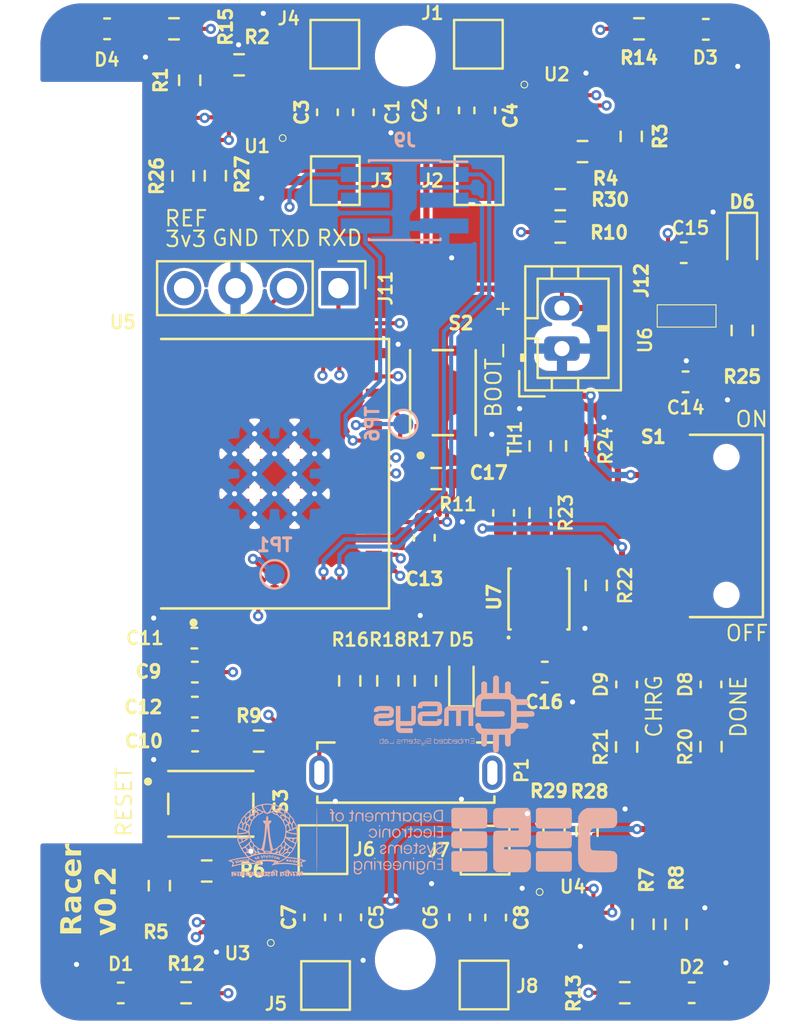
<source format=kicad_pcb>
(kicad_pcb (version 20240108) (generator "pcbnew") (generator_version "8.0")
  (layers (0 "F.Cu" signal) (1 "In1.Cu" signal) (2 "In2.Cu" signal) (31 "B.Cu" signal) (34 "B.Paste" user) (35 "F.Paste" user) (36 "B.SilkS" user "B.Silkscreen") (37 "F.SilkS" user "F.Silkscreen") (38 "B.Mask" user) (39 "F.Mask" user) (44 "Edge.Cuts" user))
  (net 0 "")
  (net 1 "LIPO+")
  (net 2 "GND")
  (net 3 "+3V3")
  (net 4 "/CP_EN")
  (net 5 "+5V")
  (net 6 "Net-(D1-A)")
  (net 7 "Net-(D2-A)")
  (net 8 "Net-(D3-A)")
  (net 9 "Net-(D4-A)")
  (net 10 "/OPT_INT")
  (net 11 "/U0RXD")
  (net 12 "/U0TXD")
  (net 13 "Net-(U1-VSET)")
  (net 14 "Net-(U1-VREF)")
  (net 15 "Net-(U2-VREF)")
  (net 16 "Net-(U2-VSET)")
  (net 17 "Net-(U3-VSET)")
  (net 18 "Net-(U3-VREF)")
  (net 19 "Net-(U4-VREF)")
  (net 20 "Net-(U4-VSET)")
  (net 21 "/ADC_BATT")
  (net 22 "Net-(U5-IO08)")
  (net 23 "Net-(U5-IO27)")
  (net 24 "Net-(U5-IO26)")
  (net 25 "Net-(U5-IO25)")
  (net 26 "Net-(U5-IO22)")
  (net 27 "Net-(P1-SHIELD)")
  (net 28 "Net-(P1-VCONN)")
  (net 29 "Net-(P1-CC)")
  (net 30 "/STAT1")
  (net 31 "/STAT2")
  (net 32 "Net-(U7-PROG)")
  (net 33 "Net-(R23-Pad1)")
  (net 34 "Net-(U7-THERM)")
  (net 35 "Net-(J1-Pin_1)")
  (net 36 "Net-(J2-Pin_1)")
  (net 37 "Net-(J3-Pin_1)")
  (net 38 "Net-(J4-Pin_1)")
  (net 39 "Net-(J5-Pin_1)")
  (net 40 "Net-(J6-Pin_1)")
  (net 41 "Net-(J7-Pin_1)")
  (net 42 "Net-(J8-Pin_1)")
  (net 43 "MOTOR_0_IN1")
  (net 44 "MOTOR_0_IN2")
  (net 45 "MOTOR_1_IN1")
  (net 46 "MOTOR_1_IN2")
  (net 47 "/SCL")
  (net 48 "Net-(U5-IO11)")
  (net 49 "Net-(U5-IO3)")
  (net 50 "/SDA")
  (net 51 "/HAL_OUT")
  (net 63 "Net-(D8-A)")
  (net 64 "Net-(D9-A)")
  (net 65 "Net-(D6-A)")
  (net 66 "/CHRGR+")
  (net 67 "Net-(U5-IO9)")
  (net 69 "RAW")
  (footprint "Capacitor_SMD:C_0603_1608Metric" (layer "F.Cu") (at 170.167 88.0364)
    (property "Reference" "D4")
    (property "Value" "LED")
  )
  (footprint "Capacitor_SMD:C_0603_1608Metric" (layer "F.Cu") (at 187.0284 92.063 90)
    (property "Reference" "C2")
    (property "Value" "10uF")
  )
  (footprint "Capacitor_SMD:C_0603_1608Metric" (layer "F.Cu") (at 191.77 119.7864)
    (property "Reference" "C16")
    (property "Value" "10uF")
  )
  (footprint "Capacitor_SMD:C_0603_1608Metric" (layer "F.Cu") (at 180.4162 131.8892 -90)
    (property "Reference" "C7")
    (property "Value" "0.1uF")
  )
  (footprint "Capacitor_SMD:C_0603_1608Metric" (layer "F.Cu") (at 174.498 121.5136 180)
    (property "Reference" "C12")
    (property "Value" "0.1uF")
  )
  (footprint "Resistor_SMD:R_0603_1608Metric" (layer "F.Cu") (at 175.0822 129.6032)
    (property "Reference" "R6")
    (property "Value" "30k")
  )
  (footprint "Resistor_SMD:R_0603_1608Metric" (layer "F.Cu") (at 193.6324 94.095 180)
    (property "Reference" "R4")
    (property "Value" "30k")
  )
  (footprint "Resistor_SMD:R_0603_1608Metric" (layer "F.Cu") (at 191.5414 111.9256 -90)
    (property "Reference" "R23")
    (property "Value" "1.43K")
  )
  (footprint "Resistor_SMD:R_0603_1608Metric" (layer "F.Cu") (at 196.4182 88.0364 180)
    (property "Reference" "R14")
    (property "Value" "200")
  )
  (footprint "TestPoint:TestPoint_Pad_2.0x2.0mm" (layer "F.Cu") (at 180.9496 135.255 180)
    (property "Reference" "J5")
    (property "Value" "motor0")
  )
  (footprint "TestPoint:TestPoint_Pad_2.0x2.0mm" (layer "F.Cu") (at 188.8236 128.5748)
    (property "Reference" "J7")
    (property "Value" "motor0")
  )
  (footprint "Capacitor_SMD:C_0603_1608Metric" (layer "F.Cu") (at 198.7202 105.4608)
    (property "Reference" "C14")
    (property "Value" "2.2uF")
  )
  (footprint "TestPoint:TestPoint_Pad_2.0x2.0mm" (layer "F.Cu") (at 181.4068 88.7984 180)
    (property "Reference" "J4")
    (property "Value" "motor1")
  )
  (footprint "Capacitor_SMD:C_0603_1608Metric" (layer "F.Cu") (at 195.8086 120.396 -90)
    (property "Reference" "D9")
    (property "Value" "LED")
  )
  (footprint "Resistor_SMD:R_0603_1608Metric" (layer "F.Cu") (at 196.6214 132.2324 -90)
    (property "Reference" "R7")
    (property "Value" "10k")
  )
  (footprint "custom_IC:MountingHole_2.7mm_M2.5" (layer "F.Cu") (at 184.8866 89.3826)
    (property "Reference" "REF**" (hide yes))
    (property "Value" "MountingHole_2.7mm_M2.5" (hide yes))
  )
  (footprint "Resistor_SMD:R_0603_1608Metric" (layer "F.Cu") (at 173.9138 95.3008 90)
    (property "Reference" "R26")
    (property "Value" "100k")
  )
  (footprint "Resistor_SMD:R_0603_1608Metric" (layer "F.Cu") (at 201.5142 102.9228 -90)
    (property "Reference" "R25")
    (property "Value" "200")
  )
  (footprint "Resistor_SMD:R_0603_1608Metric" (layer "F.Cu") (at 193.8528 127.635 -90)
    (property "Reference" "R28")
    (property "Value" "100k")
  )
  (footprint "kicad_reformed_custom_IC:AP2204" (layer "F.Cu") (at 198.7202 102.1588)
    (property "Reference" "U6")
    (property "Value" "AP2204")
  )
  (footprint "Capacitor_SMD:C_0603_1608Metric" (layer "F.Cu") (at 198.628 99.0854)
    (property "Reference" "C15")
    (property "Value" "10uF")
  )
  (footprint "Resistor_SMD:R_0603_1608Metric" (layer "F.Cu") (at 185.8772 120.2182 90)
    (property "Reference" "R17")
    (property "Value" "5k1")
  )
  (footprint "Resistor_SMD:R_0603_1608Metric" (layer "F.Cu") (at 172.7454 130.3274 90)
    (property "Reference" "R5")
    (property "Value" "10k")
  )
  (footprint "Resistor_SMD:R_0603_1608Metric" (layer "F.Cu") (at 192.2272 127.6604 -90)
    (property "Reference" "R29")
    (property "Value" "100k")
  )
  (footprint "TestPoint:TestPoint_Pad_2.0x2.0mm" (layer "F.Cu") (at 181.4322 95.5294 180)
    (property "Reference" "J3")
    (property "Value" "motor0")
  )
  (footprint "Resistor_SMD:R_0603_1608Metric" (layer "F.Cu") (at 174.0662 135.6106)
    (property "Reference" "R12")
    (property "Value" "200")
  )
  (footprint "Capacitor_SMD:C_0603_1608Metric" (layer "F.Cu") (at 185.8264 113.157 -90)
    (property "Reference" "C13")
    (property "Value" "0.1uF")
  )
  (footprint "TestPoint:TestPoint_Pad_2.0x2.0mm" (layer "F.Cu") (at 180.8226 128.5494 180)
    (property "Reference" "J6")
    (property "Value" "motor1")
  )
  (footprint "Capacitor_SMD:C_0603_1608Metric" (layer "F.Cu") (at 199.9742 120.396 -90)
    (property "Reference" "D8")
    (property "Value" "LED")
  )
  (footprint "Resistor_SMD:R_0603_1608Metric" (layer "F.Cu") (at 192.532 98.0694 180)
    (property "Reference" "R10")
    (property "Value" "10k")
  )
  (footprint "Resistor_SMD:R_0603_1608Metric" (layer "F.Cu") (at 177.6476 123.19 180)
    (property "Reference" "R9")
    (property "Value" "10k")
  )
  (footprint "Resistor_SMD:R_0603_1608Metric" (layer "F.Cu") (at 192.532 96.4692)
    (property "Reference" "R30")
    (property "Value" "10k")
  )
  (footprint "kicad_reformed_custom_IC:A3908" (layer "F.Cu") (at 193.0908 131.9142)
    (property "Reference" "U4")
    (property "Value" "A3908")
  )
  (footprint "kicad_reformed_custom_IC:SW_PTS810_SJM_250_SMTR_LFS" (layer "F.Cu") (at 186.7408 105.9942 90)
    (property "Reference" "S2")
    (property "Value" "TL4100AF240QG_")
  )
  (footprint "Resistor_SMD:R_0603_1608Metric" (layer "F.Cu") (at 194.31 115.507 -90)
    (property "Reference" "R22")
    (property "Value" "5K")
  )
  (footprint "Resistor_SMD:R_0603_1608Metric" (layer "F.Cu") (at 196.0372 93.345 -90)
    (property "Reference" "R3")
    (property "Value" "10k")
  )
  (footprint "Capacitor_SMD:C_0603_1608Metric" (layer "F.Cu") (at 181.043 92.1552 -90)
    (property "Reference" "C3")
    (property "Value" "0.1uF")
  )
  (footprint "Connector_JST:JST_PH_B2B-PH-K_1x02_P2.00mm_Vertical" (layer "F.Cu") (at 192.617 103.8192 90)
    (property "Reference" "J12")
    (property "Value" "JST 2.0 BATT")
  )
  (footprint "Capacitor_SMD:C_0603_1608Metric" (layer "F.Cu") (at 189.3448 131.9022 90)
    (property "Reference" "C8")
    (property "Value" "0.1uF")
  )
  (footprint "kicad_reformed_custom_IC:CUI_UJC-VP-3-SMT-TR" (layer "F.Cu") (at 184.912 124.7506)
    (property "Reference" "P1")
    (property "Value" "USB_C_Plug_USB2.0")
  )
  (footprint "Resistor_SMD:R_0603_1608Metric" (layer "F.Cu") (at 195.7194 135.6106 180)
    (property "Reference" "R13")
    (property "Value" "200")
  )
  (footprint "kicad_reformed_custom_IC:A3908" (layer "F.Cu") (at 177.258 92.1552 180)
    (property "Reference" "U1")
    (property "Value" "A3908")
  )
  (footprint "Resistor_SMD:R_0603_1608Metric" (layer "F.Cu") (at 191.5428 108.6236 90)
    (property "Reference" "TH1")
    (property "Value" "TH 10k")
  )
  (footprint "kicad_reformed_custom_IC:A3908" (layer "F.Cu") (at 192.3374 92.063)
    (property "Reference" "U2")
    (property "Value" "A3908")
  )
  (footprint "Resistor_SMD:R_0603_1608Metric" (layer "F.Cu") (at 173.469 88.0364)
    (property "Reference" "R15")
    (property "Value" "200")
  )
  (footprint "Diode_SMD:D_0603_1608Metric" (layer "F.Cu") (at 201.5142 98.6028 -90)
    (property "Reference" "D6")
    (property "Value" "PWLED")
  )
  (footprint "Connector_PinHeader_2.54mm:PinHeader_1x04_P2.54mm_Vertical" (layer "F.Cu") (at 181.5846 100.838 -90)
    (property "Reference" "J11")
    (property "Value" "UART")
  )
  (footprint "kicad_reformed_custom_IC:MODULE_ESP32-H2-MINI-1-H2" (layer "F.Cu") (at 175.7328 109.995 90)
    (property "Reference" "U5")
    (property "Value" "ESP32-H2-MINI-1")
  )
  (footprint "Capacitor_SMD:C_0603_1608Metric" (layer "F.Cu") (at 188.8064 92.063 90)
    (property "Reference" "C4")
    (property "Value" "0.1uF")
  )
  (footprint "Capacitor_SMD:C_0603_1608Metric" (layer "F.Cu") (at 182.1942 131.8892 -90)
    (property "Reference" "C5")
    (property "Value" "10uF")
  )
  (footprint "Resistor_SMD:R_0603_1608Metric" (layer "F.Cu") (at 186.4106 110.236)
    (property "Reference" "R11")
    (property "Value" "10k")
  )
  (footprint "Capacitor_SMD:C_0603_1608Metric" (layer "F.Cu") (at 199.0214 135.6106 180)
    (property "Reference" "D2")
    (property "Value" "LED")
  )
  (footprint "kicad_reformed_custom_IC:A3908" (layer "F.Cu") (at 176.6702 131.8772 180)
    (property "Reference" "U3")
    (property "Value" "A3908")
  )
  (footprint "Resistor_SMD:R_0603_1608Metric" (layer "F.Cu") (at 174.244 90.5764 90)
    (property "Reference" "R1")
    (property "Value" "10k")
  )
  (footprint "Capacitor_SMD:C_0603_1608Metric" (layer "F.Cu") (at 170.8404 135.62)
    (property "Reference" "D1")
    (property "Value" "LED")
  )
  (footprint "Resistor_SMD:R_0603_1608Metric" (layer "F.Cu") (at 184.023 120.2182 90)
    (property "Reference" "R18")
    (property "Value" "5k1")
  )
  (footprint "Resistor_SMD:R_0603_1608Metric" (layer "F.Cu") (at 175.5094 95.2876 90)
    (property "Reference" "R27")
    (property "Value" "100k")
  )
  (footprint "kicad_reformed_custom_IC:SW_PTS810_SJM_250_SMTR_LFS" (layer "F.Cu") (at 175.2854 126.2888)
    (property "Reference" "S3")
    (property "Value" "TL4100AF240QG_")
  )
  (footprint "TestPoint:TestPoint_Pad_2.0x2.0mm" (layer "F.Cu") (at 188.5188 95.5294)
    (property "Reference" "J2")
    (property "Value" "motor1")
  )
  (footprint "Capacitor_SMD:C_0603_1608Metric" (layer "F.Cu") (at 187.5668 131.8872 90)
    (property "Reference" "C6")
    (property "Value" "10uF")
  )
  (footprint "Capacitor_SMD:C_0603_1608Metric" (layer "F.Cu") (at 174.4726 118.11 180)
    (property "Reference" "C11")
    (property "Value" "0.1uF")
  )
  (footprint "Capacitor_SMD:C_0603_1608Metric" (layer "F.Cu") (at 174.5104 123.19 180)
    (property "Reference" "C10")
    (property "Value" "1uF 25V")
  )
  (footprint "custom_IC:MountingHole_2.7mm_M2.5" (layer "F.Cu") (at 184.8866 133.985)
    (property "Reference" "REF**" (hide yes))
    (property "Value" "MountingHole_2.7mm_M2.5" (hide yes))
  )
  (footprint "Capacitor_SMD:C_0603_1608Metric" (layer "F.Cu") (at 182.821 92.1552 -90)
    (property "Reference" "C1")
    (property "Value" "10uF")
  )
  (footprint "Resistor_SMD:R_0603_1608Metric" (layer "F.Cu") (at 195.8086 123.4816 90)
    (property "Reference" "R21")
    (property "Value" "200")
  )
  (footprint "Capacitor_SMD:C_0603_1608Metric" (layer "F.Cu") (at 199.7202 88.0618 180)
    (property "Reference" "D3")
    (property "Value" "LED")
  )
  (footprint "TestPoint:TestPoint_Pad_2.0x2.0mm" (layer "F.Cu") (at 188.4934 88.7984)
    (property "Reference" "J1")
    (property "Value" "motor0")
  )
  (footprint "Diode_SMD:D_SOD-523" (layer "F.Cu") (at 187.6552 120.2182 90)
    (property "Reference" "D5")
    (property "Value" "TPD1E10B06DPYR")
  )
  (footprint "TestPoint:TestPoint_Pad_2.0x2.0mm" (layer "F.Cu") (at 188.7728 135.2296)
    (property "Reference" "J8")
    (property "Value" "motor1")
  )
  (footprint "kicad_reformed_custom_IC:SW_JS102011SAQN" (layer "F.Cu") (at 200.7362 112.5728 90)
    (property "Reference" "S1")
    (property "Value" "JS102011SAQN")
  )
  (footprint "kicad_reformed_custom_IC:LOGO_6mm_microDMG" (layer "F.Cu") (at 200.3298 92.8624)
    (property "Reference" "G***" (hide yes))
    (property "Value" "LOGO" (hide yes))
  )
  (footprint "Resistor_SMD:R_0603_1608Metric" (layer "F.Cu") (at 193.3448 108.6236 -90)
    (property "Reference" "R24")
    (property "Value" "75K")
  )
  (footprint "Resistor_SMD:R_0603_1608Metric" (layer "F.Cu") (at 199.9742 123.4694 90)
    (property "Reference" "R20")
    (property "Value" "200")
  )
  (footprint "Resistor_SMD:R_0603_1608Metric" (layer "F.Cu") (at 176.6824 89.8144)
    (property "Reference" "R2")
    (property "Value" "30k")
  )
  (footprint "kicad_reformed_custom_IC:SON50P300X300X100-11N" (layer "F.Cu") (at 191.4826 116.18 90)
    (property "Reference" "U7")
    (property "Value" "MCP73833")
  )
  (footprint "Capacitor_SMD:C_0603_1608Metric" (layer "F.Cu") (at 189.738 111.9256 90)
    (property "Reference" "C17")
    (property "Value" "22uF")
  )
  (footprint "Resistor_SMD:R_0603_1608Metric" (layer "F.Cu") (at 182.1434 120.2182 90)
    (property "Reference" "R16")
    (property "Value" "1M")
  )
  (footprint "Capacitor_SMD:C_0603_1608Metric" (layer "F.Cu") (at 174.498 119.7864 180)
    (property "Reference" "C9")
    (property "Value" "47uF")
  )
  (footprint "Resistor_SMD:R_0603_1608Metric" (layer "F.Cu") (at 198.247 132.2324 90)
    (property "Reference" "R8")
    (property "Value" "30k")
  )
  (footprint "logo:emsyslogo" (layer "B.Cu") (at 187.014429 121.822158 180)
    (property "Reference" "G***" (hide yes))
    (property "Value" "LOGO" (hide yes))
  )
  (footprint "TestPoint:TestPoint_Pad_D1.0mm" (layer "B.Cu") (at 184.785 107.5436)
    (property "Reference" "TP6")
    (property "Value" "TP")
  )
  (footprint "Connector_PinHeader_1.27mm:PinHeader_2x03_P1.27mm_Vertical_SMD" (layer "B.Cu") (at 184.8554 96.4946 180)
    (property "Reference" "J9")
    (property "Value" "Conn_02x03_SMT")
  )
  (footprint "TestPoint:TestPoint_Pad_D1.0mm" (layer "B.Cu") (at 178.435 114.9604 180)
    (property "Reference" "TP1")
    (property "Value" "TP")
  )
  (footprint "logo:iisclogo" (layer "B.Cu") (at 185.78 128.07 180)
    (property "Reference" "G***" (hide yes))
    (property "Value" "LOGO" (hide yes))
  )
  (gr_arc (start 166.8808 88.782999) (mid 167.466586 87.368786) (end 168.880799 86.783) (stroke (width 0.000254)) (layer "Edge.Cuts"))
  (gr_line (start 202.8808 134.985) (end 202.8808 88.783) (stroke (width 0.000254)) (layer "Edge.Cuts"))
  (gr_line (start 166.8808 88.782999) (end 166.8808 134.985002) (stroke (width 0.000254)) (layer "Edge.Cuts"))
  (gr_arc (start 200.8808 86.783) (mid 202.295014 87.368786) (end 202.8808 88.783) (stroke (width 0.000254)) (layer "Edge.Cuts"))
  (gr_arc (start 202.8808 134.985) (mid 202.295014 136.399214) (end 200.8808 136.985) (stroke (width 0.000254)) (layer "Edge.Cuts"))
  (gr_arc (start 168.880798 136.985) (mid 167.466586 136.399214) (end 166.8808 134.985002) (stroke (width 0.000254)) (layer "Edge.Cuts"))
  (gr_line (start 200.8808 86.783) (end 168.880799 86.783) (stroke (width 0.000254)) (layer "Edge.Cuts"))
  (gr_line (start 168.880798 136.985) (end 200.8808 136.985) (stroke (width 0.000254)) (layer "Edge.Cuts"))
  (gr_text "REF" (at 172.9486 97.8408 0) (layer "F.SilkS") (effects (font (size 0.762 0.762) (thickness 0.1016) (bold yes)) (justify left bottom)))
  (gr_text "+" (at 190.246 101.473 180) (layer "F.SilkS") (effects (font (size 0.762 0.762) (thickness 0.1016) (bold yes)) (justify left bottom)))
  (gr_text "Racer\nv0.2" (at 170.7642 132.8166 90) (layer "F.SilkS") (effects (font (size 1.016 1.016) (thickness 0.1016) (bold yes)) (justify left bottom)))
  (gr_text "RESET" (at 171.45 127.9906 90) (layer "F.SilkS") (effects (font (size 0.762 0.762) (thickness 0.1016) (bold yes)) (justify left bottom)))
  (gr_text "CHRG" (at 197.612 123.0884 90) (layer "F.SilkS") (effects (font (size 0.762 0.762) (thickness 0.1016) (bold yes)) (justify left bottom)))
  (gr_text "GND" (at 175.2854 98.806 0) (layer "F.SilkS") (effects (font (size 0.762 0.762) (thickness 0.1016) (bold yes)) (justify left bottom)))
  (gr_text "BOOT" (at 189.6872 107.2896 90) (layer "F.SilkS") (effects (font (size 0.762 0.762) (thickness 0.1016) (bold yes)) (justify left bottom)))
  (gr_text "RXD" (at 180.4416 98.806 0) (layer "F.SilkS") (effects (font (size 0.762 0.762) (thickness 0.1016) (bold yes)) (justify left bottom)))
  (gr_text "DONE" (at 201.7776 123.0884 90) (layer "F.SilkS") (effects (font (size 0.762 0.762) (thickness 0.1016) (bold yes)) (justify left bottom)))
  (gr_text "-" (at 189.3316 103.378 -90) (layer "F.SilkS") (effects (font (size 0.762 0.762) (thickness 0.1016) (bold yes)) (justify left bottom)))
  (gr_text "ON" (at 201.1172 107.7468 0) (layer "F.SilkS") (effects (font (size 0.762 0.762) (thickness 0.1016) (bold yes)) (justify left bottom)))
  (gr_text "TXD" (at 178.0794 98.8314 0) (layer "F.SilkS") (effects (font (size 0.762 0.762) (thickness 0.1016) (bold yes)) (justify left bottom)))
  (gr_text "3v3" (at 172.974 98.8568 0) (layer "F.SilkS") (effects (font (size 0.762 0.762) (thickness 0.1016) (bold yes)) (justify left bottom)))
  (gr_text "OFF" (at 200.6346 118.3132 0) (layer "F.SilkS") (effects (font (size 0.762 0.762) (thickness 0.1016) (bold yes)) (justify left bottom)))
  (segment (start 193.357 98.0694) (end 193.357 99.4034) (width 0.2032) (layer "F.Cu") (net 1))
  (segment (start 197.9862 112.5728) (end 196.1388 112.5728) (width 0.3048) (layer "F.Cu") (net 1))
  (segment (start 195.3768 102.6414) (end 194.5546 101.8192) (width 0.3048) (layer "F.Cu") (net 1))
  (segment (start 194.5546 101.8192) (end 192.617 101.8192) (width 0.3048) (layer "F.Cu") (net 1))
  (segment (start 195.3768 111.8108) (end 195.3768 102.6414) (width 0.3048) (layer "F.Cu") (net 1))
  (segment (start 196.1388 112.5728) (end 195.3768 111.8108) (width 0.3048) (layer "F.Cu") (net 1))
  (segment (start 192.617 100.1434) (end 192.617 101.8192) (width 0.2032) (layer "F.Cu") (net 1))
  (segment (start 193.357 99.4034) (end 192.617 100.1434) (width 0.2032) (layer "F.Cu") (net 1))
  (via (at 172.0596 89.4334) (size 0.508) (drill 0.254) (layers "F.Cu" "B.Cu") (net 2))
  (via (at 181.4322 126.1618) (size 0.508) (drill 0.254) (layers "F.Cu" "B.Cu") (net 2))
  (via (at 194.691 107.2134) (size 0.508) (drill 0.254) (layers "F.Cu" "B.Cu") (net 2))
  (via (at 172.466 117.1194) (size 0.508) (drill 0.254) (layers "F.Cu" "B.Cu") (net 2))
  (via (at 172.466 124.1044) (size 0.508) (drill 0.254) (layers "F.Cu" "B.Cu") (net 2))
  (via (at 201.295 89.8906) (size 0.508) (drill 0.254) (layers "F.Cu" "B.Cu") (net 2))
  (via (at 193.7512 117.6274) (size 0.508) (drill 0.254) (layers "F.Cu" "B.Cu") (net 2))
  (via (at 185.6232 116.9924) (size 0.508) (drill 0.254) (layers "F.Cu" "B.Cu") (net 2))
  (via (at 199.6694 131.4196) (size 0.508) (drill 0.254) (layers "F.Cu" "B.Cu") (net 2))
  (via (at 184.1754 93.1672) (size 0.508) (drill 0.254) (layers "F.Cu" "B.Cu") (net 2))
  (via (at 193.5226 133.3246) (size 0.508) (drill 0.254) (layers "F.Cu" "B.Cu") (net 2))
  (via (at 193.1416 121.2596) (size 0.508) (drill 0.254) (layers "F.Cu" "B.Cu") (net 2))
  (via (at 186.182 130.2258) (size 0.508) (drill 0.254) (layers "F.Cu" "B.Cu") (net 2))
  (via (at 190.6524 130.4544) (size 0.508) (drill 0.254) (layers "F.Cu" "B.Cu") (net 2))
  (via (at 187.1726 99.3394) (size 0.508) (drill 0.254) (layers "F.Cu" "B.Cu") (net 2))
  (via (at 177.8 96.393) (size 0.508) (drill 0.254) (layers "F.Cu" "B.Cu") (net 2))
  (via (at 200.787 106.3498) (size 0.508) (drill 0.254) (layers "F.Cu" "B.Cu") (net 2))
  (via (at 184.531 103.6066) (size 0.508) (drill 0.254) (layers "F.Cu" "B.Cu") (net 2))
  (via (at 187.706 112.3696) (size 0.508) (drill 0.254) (layers "F.Cu" "B.Cu") (net 2))
  (via (at 168.656 134.2136) (size 0.508) (drill 0.254) (layers "F.Cu" "B.Cu") (net 2))
  (via (at 198.755 104.4194) (size 0.508) (drill 0.254) (layers "F.Cu" "B.Cu") (net 2))
  (via (at 200.0758 97.0788) (size 0.508) (drill 0.254) (layers "F.Cu" "B.Cu") (net 2))
  (via (at 200.7108 134.1374) (size 0.508) (drill 0.254) (layers "F.Cu" "B.Cu") (net 2))
  (via (at 177.8762 87.2744) (size 0.508) (drill 0.254) (layers "F.Cu" "B.Cu") (net 2))
  (via (at 190.5254 106.7816) (size 0.508) (drill 0.254) (layers "F.Cu" "B.Cu") (net 2))
  (via (at 176.657 88.8238) (size 0.508) (drill 0.254) (layers "F.Cu" "B.Cu") (net 2))
  (via (at 189.1538 108.0516) (size 0.508) (drill 0.254) (layers "F.Cu" "B.Cu") (net 2))
  (via (at 177.2666 128.6256) (size 0.508) (drill 0.254) (layers "F.Cu" "B.Cu") (net 2))
  (via (at 187.6552 126.0602) (size 0.508) (drill 0.254) (layers "F.Cu" "B.Cu") (net 2))
  (via (at 175.5648 133.604) (size 0.508) (drill 0.254) (layers "F.Cu" "B.Cu") (net 2))
  (via (at 193.802 90.2208) (size 0.508) (drill 0.254) (layers "F.Cu" "B.Cu") (net 2))
  (via (at 182.8038 134.0104) (size 0.508) (drill 0.254) (layers "F.Cu" "B.Cu") (net 2))
  (via (at 190.9064 126.7714) (size 0.508) (drill 0.254) (layers "F.Cu" "B.Cu") (net 2))
  (via (at 195.7324 126.5428) (size 0.508) (drill 0.254) (layers "F.Cu" "B.Cu") (net 2))
  (segment (start 197.8202 100.8588) (end 197.8202 99.1182) (width 0.2032) (layer "F.Cu") (net 3))
  (segment (start 175.273 119.7864) (end 176.3776 119.7864) (width 0.2032) (layer "F.Cu") (net 3))
  (segment (start 178.4726 123.19) (end 178.4726 122.237) (width 0.2032) (layer "F.Cu") (net 3))
  (segment (start 197.8202 99.1182) (end 197.853 99.0854) (width 0.2032) (layer "F.Cu") (net 3))
  (segment (start 176.0328 115.895) (end 176.0328 116.6006) (width 0.2032) (layer "F.Cu") (net 3))
  (segment (start 185.8264 112.382) (end 186.9316 112.382) (width 0.2032) (layer "F.Cu") (net 3))
  (segment (start 187.2356 110.236) (end 187.2356 111.2398) (width 0.2032) (layer "F.Cu") (net 3))
  (segment (start 197.853 98.1326) (end 197.8406 98.1202) (width 0.2032) (layer "F.Cu") (net 3))
  (segment (start 178.4726 122.237) (end 178.1302 121.8946) (width 0.2032) (layer "F.Cu") (net 3))
  (segment (start 175.273 118.1354) (end 175.2476 118.11) (width 0.2032) (layer "F.Cu") (net 3))
  (segment (start 186.944 111.5314) (end 186.944 112.3696) (width 0.2032) (layer "F.Cu") (net 3))
  (segment (start 187.2356 111.2398) (end 186.944 111.5314) (width 0.2032) (layer "F.Cu") (net 3))
  (segment (start 185.8264 112.382) (end 183.3458 112.382) (width 0.2032) (layer "F.Cu") (net 3))
  (segment (start 186.9316 112.382) (end 186.944 112.3696) (width 0.2032) (layer "F.Cu") (net 3))
  (segment (start 183.3458 112.382) (end 183.3328 112.395) (width 0.2032) (layer "F.Cu") (net 3))
  (segment (start 197.853 99.0854) (end 197.853 98.1326) (width 0.2032) (layer "F.Cu") (net 3))
  (segment (start 176.0328 116.6006) (end 175.2476 117.3858) (width 0.2032) (layer "F.Cu") (net 3))
  (segment (start 175.2476 117.3858) (end 175.2476 118.11) (width 0.2032) (layer "F.Cu") (net 3))
  (segment (start 175.273 119.7864) (end 175.273 118.1354) (width 0.2032) (layer "F.Cu") (net 3))
  (via (at 178.1302 121.8946) (size 0.508) (drill 0.254) (layers "F.Cu" "B.Cu") (net 3))
  (via (at 186.944 112.3696) (size 0.508) (drill 0.254) (layers "F.Cu" "B.Cu") (net 3))
  (via (at 197.8406 98.1202) (size 0.508) (drill 0.254) (layers "F.Cu" "B.Cu") (net 3))
  (via (at 179.1716 96.8248) (size 0.508) (drill 0.254) (layers "F.Cu" "B.Cu") (net 3))
  (via (at 176.3776 119.7864) (size 0.508) (drill 0.254) (layers "F.Cu" "B.Cu") (net 3))
  (segment (start 179.1716 96.0374) (end 179.1716 96.8248) (width 0.2032) (layer "B.Cu") (net 3))
  (segment (start 179.9844 95.2246) (end 179.1716 96.0374) (width 0.2032) (layer "B.Cu") (net 3))
  (segment (start 182.9054 95.2246) (end 179.9844 95.2246) (width 0.2032) (layer "B.Cu") (net 3))
  (segment (start 175.2854 123.19) (end 175.2854 125.1884) (width 0.2032) (layer "F.Cu") (net 4))
  (segment (start 180.0328 116.6646) (end 180.0328 115.895) (width 0.2032) (layer "F.Cu") (net 4))
  (segment (start 175.273 121.5136) (end 175.273 123.1776) (width 0.2032) (layer "F.Cu") (net 4))
  (segment (start 176.9618 118.2878) (end 177.6222 117.6274) (width 0.2032) (layer "F.Cu") (net 4))
  (segment (start 175.273 123.1776) (end 175.2854 123.19) (width 0.2032) (layer "F.Cu") (net 4))
  (segment (start 177.6222 117.6274) (end 179.07 117.6274) (width 0.2032) (layer "F.Cu") (net 4))
  (segment (start 176.2506 121.5136) (end 176.9618 120.8024) (width 0.2032) (layer "F.Cu") (net 4))
  (segment (start 175.3108 125.2138) (end 177.3604 125.2138) (width 0.2032) (layer "F.Cu") (net 4))
  (segment (start 175.273 121.5136) (end 176.2506 121.5136) (width 0.2032) (layer "F.Cu") (net 4))
  (segment (start 173.2104 125.2138) (end 175.3108 125.2138) (width 0.2032) (layer "F.Cu") (net 4))
  (segment (start 176.8226 123.19) (end 175.2854 123.19) (width 0.2032) (layer "F.Cu") (net 4))
  (segment (start 176.9618 120.8024) (end 176.9618 118.2878) (width 0.2032) (layer "F.Cu") (net 4))
  (segment (start 179.07 117.6274) (end 180.0328 116.6646) (width 0.2032) (layer "F.Cu") (net 4))
  (segment (start 175.2854 125.1884) (end 175.3108 125.2138) (width 0.2032) (layer "F.Cu") (net 4))
  (segment (start 186.432 122.3812) (end 186.7154 122.0978) (width 0.3048) (layer "F.Cu") (net 5))
  (segment (start 187.6044 122.0978) (end 190.4492 122.0978) (width 0.3048) (layer "F.Cu") (net 5))
  (segment (start 186.7154 122.0978) (end 187.6044 122.0978) (width 0.3048) (layer "F.Cu") (net 5))
  (segment (start 185.9788 125.857) (end 186.432 125.4038) (width 0.3048) (layer "F.Cu") (net 5))
  (segment (start 190.9826 119.774) (end 190.995 119.7864) (width 0.2032) (layer "F.Cu") (net 5))
  (segment (start 190.4492 122.0978) (end 190.754 121.793) (width 0.3048) (layer "F.Cu") (net 5))
  (segment (start 190.9826 118.5672) (end 190.9826 119.774) (width 0.2032) (layer "F.Cu") (net 5))
  (segment (start 199.9742 124.2944) (end 195.8208 124.2944) (width 0.2032) (layer "F.Cu") (net 5))
  (segment (start 195.8208 124.2944) (end 195.8086 124.3066) (width 0.2032) (layer "F.Cu") (net 5))
  (segment (start 187.6552 122.047) (end 187.6044 122.0978) (width 0.2032) (layer "F.Cu") (net 5))
  (segment (start 190.9826 117.615) (end 190.9826 118.5672) (width 0.2032) (layer "F.Cu") (net 5))
  (segment (start 187.6552 120.9182) (end 187.6552 122.047) (width 0.2032) (layer "F.Cu") (net 5))
  (segment (start 190.754 121.793) (end 190.995 121.552) (width 0.3048) (layer "F.Cu") (net 5))
  (segment (start 183.392 123.9506) (end 183.392 125.4038) (width 0.3048) (layer "F.Cu") (net 5))
  (segment (start 186.432 123.9506) (end 186.432 122.3812) (width 0.3048) (layer "F.Cu") (net 5))
  (segment (start 190.754 121.793) (end 193.2676 124.3066) (width 0.3048) (layer "F.Cu") (net 5))
  (segment (start 186.432 125.4038) (end 186.432 123.9506) (width 0.3048) (layer "F.Cu") (net 5))
  (segment (start 190.4826 117.615) (end 190.4826 118.3974) (width 0.2032) (layer "F.Cu") (net 5))
  (segment (start 190.4826 118.3974) (end 190.6524 118.5672) (width 0.2032) (layer "F.Cu") (net 5))
  (segment (start 183.392 125.4038) (end 183.8452 125.857) (width 0.3048) (layer "F.Cu") (net 5))
  (segment (start 190.995 121.552) (end 190.995 119.7864) (width 0.3048) (layer "F.Cu") (net 5))
  (segment (start 193.2676 124.3066) (end 195.8086 124.3066) (width 0.3048) (layer "F.Cu") (net 5))
  (segment (start 190.6524 118.5672) (end 190.9826 118.5672) (width 0.2032) (layer "F.Cu") (net 5))
  (segment (start 183.8452 125.857) (end 185.9788 125.857) (width 0.3048) (layer "F.Cu") (net 5))
  (segment (start 171.6154 135.62) (end 173.2318 135.62) (width 0.2032) (layer "F.Cu") (net 6))
  (segment (start 173.2318 135.62) (end 173.2412 135.6106) (width 0.2032) (layer "F.Cu") (net 6))
  (segment (start 198.2464 135.6106) (end 196.5444 135.6106) (width 0.3048) (layer "F.Cu") (net 7))
  (segment (start 198.9452 88.0618) (end 198.9198 88.0364) (width 0.2032) (layer "F.Cu") (net 8))
  (segment (start 198.9198 88.0364) (end 197.2432 88.0364) (width 0.2032) (layer "F.Cu") (net 8))
  (segment (start 170.942 88.0364) (end 172.644 88.0364) (width 0.2032) (layer "F.Cu") (net 9))
  (segment (start 180.7718 102.7684) (end 181.5846 101.9556) (width 0.2032) (layer "F.Cu") (net 11))
  (segment (start 178.4328 104.095) (end 178.4328 103.2532) (width 0.2032) (layer "F.Cu") (net 11))
  (segment (start 178.9176 102.7684) (end 180.7718 102.7684) (width 0.2032) (layer "F.Cu") (net 11))
  (segment (start 178.4328 103.2532) (end 178.9176 102.7684) (width 0.2032) (layer "F.Cu") (net 11))
  (segment (start 181.5846 101.9556) (end 181.5846 100.838) (width 0.2032) (layer "F.Cu") (net 11))
  (segment (start 178.1556 101.727) (end 179.0446 100.838) (width 0.2032) (layer "F.Cu") (net 12))
  (segment (start 177.6328 103.215) (end 178.1556 102.6922) (width 0.2032) (layer "F.Cu") (net 12))
  (segment (start 177.6328 104.095) (end 177.6328 103.215) (width 0.2032) (layer "F.Cu") (net 12))
  (segment (start 178.1556 102.6922) (end 178.1556 101.727) (width 0.2032) (layer "F.Cu") (net 12))
  (segment (start 175.8574 89.8144) (end 174.307 89.8144) (width 0.2032) (layer "F.Cu") (net 13))
  (segment (start 175.8574 90.5896) (end 176.178 90.9102) (width 0.2032) (layer "F.Cu") (net 13))
  (segment (start 174.307 89.8144) (end 174.244 89.7514) (width 0.2032) (layer "F.Cu") (net 13))
  (segment (start 175.8574 89.8144) (end 175.8574 90.5896) (width 0.2032) (layer "F.Cu") (net 13))
  (segment (start 176.178 90.9102) (end 176.178 91.4052) (width 0.2032) (layer "F.Cu") (net 13))
  (segment (start 175.522 91.9052) (end 176.178 91.9052) (width 0.2032) (layer "F.Cu") (net 14))
  (segment (start 175.0182 91.4014) (end 175.522 91.9052) (width 0.2032) (layer "F.Cu") (net 14))
  (segment (start 174.244 91.4014) (end 175.0182 91.4014) (width 0.2032) (layer "F.Cu") (net 14))
  (segment (start 194.548 92.313) (end 193.4174 92.313) (width 0.2032) (layer "F.Cu") (net 15))
  (segment (start 196.0372 92.52) (end 194.755 92.52) (width 0.2032) (layer "F.Cu") (net 15))
  (segment (start 194.755 92.52) (end 194.548 92.313) (width 0.2032) (layer "F.Cu") (net 15))
  (segment (start 194.4574 93.1876) (end 194.4574 94.095) (width 0.2032) (layer "F.Cu") (net 16))
  (segment (start 194.0828 92.813) (end 194.4574 93.1876) (width 0.2032) (layer "F.Cu") (net 16))
  (segment (start 193.4174 92.813) (end 194.0828 92.813) (width 0.2032) (layer "F.Cu") (net 16))
  (segment (start 196.0372 94.17) (end 194.5324 94.17) (width 0.2032) (layer "F.Cu") (net 16))
  (segment (start 194.5324 94.17) (end 194.4574 94.095) (width 0.2032) (layer "F.Cu") (net 16))
  (segment (start 174.2572 130.7724) (end 174.2572 129.6032) (width 0.2032) (layer "F.Cu") (net 17))
  (segment (start 174.2572 129.6032) (end 172.8462 129.6032) (width 0.2032) (layer "F.Cu") (net 17))
  (segment (start 174.612 131.1272) (end 174.2572 130.7724) (width 0.2032) (layer "F.Cu") (net 17))
  (segment (start 175.5902 131.1272) (end 174.612 131.1272) (width 0.2032) (layer "F.Cu") (net 17))
  (segment (start 172.8462 129.6032) (end 172.7454 129.5024) (width 0.2032) (layer "F.Cu") (net 17))
  (segment (start 172.7454 131.1524) (end 174.0022 131.1524) (width 0.2032) (layer "F.Cu") (net 18))
  (segment (start 174.0022 131.1524) (end 174.4726 131.6228) (width 0.2032) (layer "F.Cu") (net 18))
  (segment (start 174.810021 131.6228) (end 174.814421 131.6272) (width 0.2032) (layer "F.Cu") (net 18))
  (segment (start 174.814421 131.6272) (end 175.5902 131.6272) (width 0.2032) (layer "F.Cu") (net 18))
  (segment (start 174.4726 131.6228) (end 174.810021 131.6228) (width 0.2032) (layer "F.Cu") (net 18))
  (segment (start 195.7324 131.572) (end 195.7324 132.0038) (width 0.2032) (layer "F.Cu") (net 19))
  (segment (start 195.7324 132.0038) (end 195.572 132.1642) (width 0.2032) (layer "F.Cu") (net 19))
  (segment (start 196.6214 131.4074) (end 195.897 131.4074) (width 0.2032) (layer "F.Cu") (net 19))
  (segment (start 195.897 131.4074) (end 195.7324 131.572) (width 0.2032) (layer "F.Cu") (net 19))
  (segment (start 195.572 132.1642) (end 194.1708 132.1642) (width 0.2032) (layer "F.Cu") (net 19))
  (segment (start 195.389 133.0574) (end 196.6214 133.0574) (width 0.2032) (layer "F.Cu") (net 20))
  (segment (start 194.1708 132.6642) (end 194.9958 132.6642) (width 0.2032) (layer "F.Cu") (net 20))
  (segment (start 198.247 133.0574) (end 196.6214 133.0574) (width 0.2032) (layer "F.Cu") (net 20))
  (segment (start 194.9958 132.6642) (end 195.389 133.0574) (width 0.2032) (layer "F.Cu") (net 20))
  (segment (start 191.707 98.0694) (end 190.6016 98.0694) (width 0.2032) (layer "F.Cu") (net 21))
  (segment (start 177.6328 117.0072) (end 177.6222 117.0178) (width 0.2032) (layer "F.Cu") (net 21))
  (segment (start 177.6328 115.895) (end 177.6328 117.0072) (width 0.2032) (layer "F.Cu") (net 21))
  (segment (start 191.707 96.4692) (end 191.707 98.0694) (width 0.2032) (layer "F.Cu") (net 21))
  (via (at 190.6016 98.0694) (size 0.508) (drill 0.254) (layers "F.Cu" "B.Cu") (net 21))
  (via (at 177.6222 117.0178) (size 0.508) (drill 0.254) (layers "F.Cu" "B.Cu") (net 21))
  (segment (start 184.6326 107.2134) (end 184.2142 106.795) (width 0.2032) (layer "F.Cu") (net 22))
  (segment (start 184.6326 108.5088) (end 184.6326 107.2134) (width 0.2032) (layer "F.Cu") (net 22))
  (segment (start 185.5856 109.4618) (end 184.6326 108.5088) (width 0.2032) (layer "F.Cu") (net 22))
  (segment (start 184.2142 106.795) (end 183.3328 106.795) (width 0.2032) (layer "F.Cu") (net 22))
  (segment (start 185.5856 110.236) (end 185.5856 109.4618) (width 0.2032) (layer "F.Cu") (net 22))
  (segment (start 174.9166 135.636) (end 176.149 135.636) (width 0.2032) (layer "F.Cu") (net 23))
  (segment (start 180.8328 105.1204) (end 180.7972 105.156) (width 0.2032) (layer "F.Cu") (net 23))
  (segment (start 180.8328 104.095) (end 180.8328 105.1204) (width 0.2032) (layer "F.Cu") (net 23))
  (segment (start 174.8912 135.6106) (end 174.9166 135.636) (width 0.2032) (layer "F.Cu") (net 23))
  (via (at 176.149 135.636) (size 0.508) (drill 0.254) (layers "F.Cu" "B.Cu") (net 23))
  (via (at 180.7972 105.156) (size 0.508) (drill 0.254) (layers "F.Cu" "B.Cu") (net 23))
  (segment (start 181.6328 105.128) (end 181.6354 105.1306) (width 0.2032) (layer "F.Cu") (net 24))
  (segment (start 194.8944 135.6106) (end 193.929 135.6106) (width 0.2032) (layer "F.Cu") (net 24))
  (segment (start 181.6328 104.095) (end 181.6328 105.128) (width 0.2032) (layer "F.Cu") (net 24))
  (via (at 193.929 135.6106) (size 0.508) (drill 0.254) (layers "F.Cu" "B.Cu") (net 24))
  (via (at 181.6354 105.1306) (size 0.508) (drill 0.254) (layers "F.Cu" "B.Cu") (net 24))
  (segment (start 182.4328 103.4442) (end 182.4328 104.095) (width 0.2032) (layer "F.Cu") (net 25))
  (segment (start 183.3118 102.5652) (end 182.4328 103.4442) (width 0.2032) (layer "F.Cu") (net 25))
  (segment (start 184.6072 102.5652) (end 183.3118 102.5652) (width 0.2032) (layer "F.Cu") (net 25))
  (segment (start 194.5132 88.0872) (end 194.564 88.0364) (width 0.2032) (layer "F.Cu") (net 25))
  (segment (start 194.564 88.0364) (end 195.5932 88.0364) (width 0.2032) (layer "F.Cu") (net 25))
  (via (at 184.6072 102.5652) (size 0.508) (drill 0.254) (layers "F.Cu" "B.Cu") (net 25))
  (via (at 194.5132 88.0872) (size 0.508) (drill 0.254) (layers "F.Cu" "B.Cu") (net 25))
  (segment (start 183.3328 105.195) (end 184.5174 105.195) (width 0.2032) (layer "F.Cu") (net 26))
  (segment (start 184.5174 105.195) (end 184.531 105.1814) (width 0.2032) (layer "F.Cu") (net 26))
  (segment (start 174.294 88.0364) (end 175.2854 88.0364) (width 0.2032) (layer "F.Cu") (net 26))
  (via (at 175.2854 88.0364) (size 0.508) (drill 0.254) (layers "F.Cu" "B.Cu") (net 26))
  (via (at 184.531 105.1814) (size 0.508) (drill 0.254) (layers "F.Cu" "B.Cu") (net 26))
  (segment (start 182.1434 121.0432) (end 182.1434 121.8184) (width 0.2032) (layer "F.Cu") (net 27))
  (segment (start 180.848 122.047) (end 180.642 122.253) (width 0.2032) (layer "F.Cu") (net 27))
  (segment (start 180.642 122.253) (end 180.642 124.7506) (width 0.2032) (layer "F.Cu") (net 27))
  (segment (start 182.1434 121.8184) (end 181.9148 122.047) (width 0.2032) (layer "F.Cu") (net 27))
  (segment (start 181.9148 122.047) (end 180.848 122.047) (width 0.2032) (layer "F.Cu") (net 27))
  (segment (start 185.412 122.5376) (end 185.8772 122.0724) (width 0.2032) (layer "F.Cu") (net 28))
  (segment (start 185.8772 122.0724) (end 185.8772 121.0432) (width 0.2032) (layer "F.Cu") (net 28))
  (segment (start 185.412 123.9506) (end 185.412 122.5376) (width 0.2032) (layer "F.Cu") (net 28))
  (segment (start 184.412 123.9506) (end 184.412 122.3852) (width 0.2032) (layer "F.Cu") (net 29))
  (segment (start 184.023 121.9962) (end 184.023 121.0432) (width 0.2032) (layer "F.Cu") (net 29))
  (segment (start 184.412 122.3852) (end 184.023 121.9962) (width 0.2032) (layer "F.Cu") (net 29))
  (segment (start 191.4826 117.615) (end 191.4652 117.6324) (width 0.2032) (layer "F.Cu") (net 30))
  (segment (start 191.9224 118.8974) (end 195.6308 118.8974) (width 0.2032) (layer "F.Cu") (net 30))
  (segment (start 191.4652 118.4402) (end 191.9224 118.8974) (width 0.2032) (layer "F.Cu") (net 30))
  (segment (start 191.4652 117.6324) (end 191.4652 118.4402) (width 0.2032) (layer "F.Cu") (net 30))
  (segment (start 195.8086 119.0752) (end 195.8086 119.621) (width 0.2032) (layer "F.Cu") (net 30))
  (segment (start 195.6308 118.8974) (end 195.8086 119.0752) (width 0.2032) (layer "F.Cu") (net 30))
  (segment (start 191.9826 118.2464) (end 192.2272 118.491) (width 0.2032) (layer "F.Cu") (net 31))
  (segment (start 199.4662 118.491) (end 199.9742 118.999) (width 0.2032) (layer "F.Cu") (net 31))
  (segment (start 192.2272 118.491) (end 199.4662 118.491) (width 0.2032) (layer "F.Cu") (net 31))
  (segment (start 191.9826 117.615) (end 191.9826 118.2464) (width 0.2032) (layer "F.Cu") (net 31))
  (segment (start 199.9742 118.999) (end 199.9742 119.621) (width 0.2032) (layer "F.Cu") (net 31))
  (segment (start 194.31 114.682) (end 192.5456 114.682) (width 0.2032) (layer "F.Cu") (net 32))
  (segment (start 192.5456 114.682) (end 192.4826 114.745) (width 0.2032) (layer "F.Cu") (net 32))
  (segment (start 191.5414 109.45) (end 191.5428 109.4486) (width 0.2032) (layer "F.Cu") (net 33))
  (segment (start 193.3448 109.4486) (end 191.5428 109.4486) (width 0.2032) (layer "F.Cu") (net 33))
  (segment (start 191.5414 111.1006) (end 191.5414 109.45) (width 0.2032) (layer "F.Cu") (net 33))
  (segment (start 191.4826 114.745) (end 191.4826 112.8094) (width 0.2032) (layer "F.Cu") (net 34))
  (segment (start 191.4826 112.8094) (end 191.5414 112.7506) (width 0.2032) (layer "F.Cu") (net 34))
  (segment (start 190.6524 88.7984) (end 191.3128 89.4588) (width 0.4572) (layer "F.Cu") (net 35))
  (segment (start 191.2874 90.551) (end 191.3128 90.5256) (width 0.2032) (layer "F.Cu") (net 35))
  (segment (start 191.3128 89.4588) (end 191.3128 90.5256) (width 0.4572) (layer "F.Cu") (net 35))
  (segment (start 191.2874 91.313) (end 191.2874 90.551) (width 0.2032) (layer "F.Cu") (net 35))
  (segment (start 188.4934 88.7984) (end 190.6524 88.7984) (width 0.4572) (layer "F.Cu") (net 35))
  (segment (start 190.2714 95.5294) (end 190.6778 95.123) (width 0.4572) (layer "F.Cu") (net 36))
  (segment (start 191.2874 94.5134) (end 191.2874 93.7006) (width 0.4572) (layer "F.Cu") (net 36))
  (segment (start 188.5188 95.5294) (end 190.2714 95.5294) (width 0.4572) (layer "F.Cu") (net 36))
  (segment (start 191.2874 92.813) (end 191.2874 93.7006) (width 0.2032) (layer "F.Cu") (net 36))
  (segment (start 190.6778 95.123) (end 191.2874 94.5134) (width 0.4572) (layer "F.Cu") (net 36))
  (segment (start 178.7652 95.5294) (end 181.4322 95.5294) (width 0.4572) (layer "F.Cu") (net 37))
  (segment (start 178.308 93.7006) (end 178.308 92.9052) (width 0.2032) (layer "F.Cu") (net 37))
  (segment (start 178.308 95.0722) (end 178.7652 95.5294) (width 0.4572) (layer "F.Cu") (net 37))
  (segment (start 178.308 93.7006) (end 178.308 95.0722) (width 0.4572) (layer "F.Cu") (net 37))
  (segment (start 179.3748 89.8652) (end 178.6382 90.6018) (width 0.4572) (layer "F.Cu") (net 38))
  (segment (start 178.308 90.932) (end 178.3842 90.8558) (width 0.2032) (layer "F.Cu") (net 38))
  (segment (start 178.308 91.4052) (end 178.308 90.932) (width 0.2032) (layer "F.Cu") (net 38))
  (segment (start 179.3748 89.154) (end 179.3748 89.8652) (width 0.4572) (layer "F.Cu") (net 38))
  (segment (start 179.7304 88.7984) (end 179.3748 89.154) (width 0.4572) (layer "F.Cu") (net 38))
  (segment (start 181.4068 88.7984) (end 179.7304 88.7984) (width 0.4572) (layer "F.Cu") (net 38))
  (segment (start 178.3842 90.8558) (end 178.6382 90.6018) (width 0.2032) (layer "F.Cu") (net 38))
  (segment (start 177.7202 133.4552) (end 177.7202 132.6272) (width 0.2032) (layer "F.Cu") (net 39))
  (segment (start 177.7202 134.464) (end 178.5112 135.255) (width 0.4572) (layer "F.Cu") (net 39))
  (segment (start 178.5112 135.255) (end 180.9496 135.255) (width 0.4572) (layer "F.Cu") (net 39))
  (segment (start 177.7202 133.4552) (end 177.7202 134.464) (width 0.4572) (layer "F.Cu") (net 39))
  (segment (start 178.7398 128.5494) (end 177.7238 129.5654) (width 0.4572) (layer "F.Cu") (net 40))
  (segment (start 177.7202 131.1272) (end 177.7202 130.2294) (width 0.2032) (layer "F.Cu") (net 40))
  (segment (start 177.7238 129.5654) (end 177.7238 130.2258) (width 0.4572) (layer "F.Cu") (net 40))
  (segment (start 180.8226 128.5494) (end 178.7398 128.5494) (width 0.4572) (layer "F.Cu") (net 40))
  (segment (start 177.7202 130.2294) (end 177.7238 130.2258) (width 0.2032) (layer "F.Cu") (net 40))
  (segment (start 190.6524 128.5748) (end 192.0494 129.9718) (width 0.4572) (layer "F.Cu") (net 41))
  (segment (start 192.0408 130.4884) (end 192.0494 130.4798) (width 0.2032) (layer "F.Cu") (net 41))
  (segment (start 188.8236 128.5748) (end 190.6524 128.5748) (width 0.4572) (layer "F.Cu") (net 41))
  (segment (start 192.0408 131.1642) (end 192.0408 130.4884) (width 0.2032) (layer "F.Cu") (net 41))
  (segment (start 192.0494 129.9718) (end 192.0494 130.4798) (width 0.4572) (layer "F.Cu") (net 41))
  (segment (start 191.6684 134.747) (end 192.024 134.3914) (width 0.4572) (layer "F.Cu") (net 42))
  (segment (start 192.0408 132.6642) (end 192.0408 133.384) (width 0.2032) (layer "F.Cu") (net 42))
  (segment (start 192.0408 133.384) (end 192.024 133.4008) (width 0.2032) (layer "F.Cu") (net 42))
  (segment (start 188.7728 135.2296) (end 191.1858 135.2296) (width 0.4572) (layer "F.Cu") (net 42))
  (segment (start 192.024 134.3914) (end 192.024 133.4008) (width 0.4572) (layer "F.Cu") (net 42))
  (segment (start 191.1858 135.2296) (end 191.6684 134.747) (width 0.4572) (layer "F.Cu") (net 42))
  (segment (start 174.244 92.4306) (end 174.9806 92.4306) (width 0.2032) (layer "F.Cu") (net 43))
  (segment (start 173.9138 94.4758) (end 173.9138 92.7608) (width 0.2032) (layer "F.Cu") (net 43))
  (segment (start 174.6032 132.1272) (end 174.5996 132.1308) (width 0.2032) (layer "F.Cu") (net 43))
  (segment (start 175.5902 132.1272) (end 174.6032 132.1272) (width 0.2032) (layer "F.Cu") (net 43))
  (segment (start 174.0662 92.6084) (end 174.244 92.4306) (width 0.2032) (layer "F.Cu") (net 43))
  (segment (start 176.178 92.4052) (end 175.006 92.4052) (width 0.2032) (layer "F.Cu") (net 43))
  (segment (start 184.6326 115.0366) (end 184.391 114.795) (width 0.2032) (layer "F.Cu") (net 43))
  (segment (start 175.006 92.4052) (end 174.9806 92.4306) (width 0.2032) (layer "F.Cu") (net 43))
  (segment (start 173.9138 92.7608) (end 174.0662 92.6084) (width 0.2032) (layer "F.Cu") (net 43))
  (segment (start 184.391 114.795) (end 183.3328 114.795) (width 0.2032) (layer "F.Cu") (net 43))
  (via (at 174.9806 92.4306) (size 0.508) (drill 0.254) (layers "F.Cu" "B.Cu") (net 43))
  (via (at 174.5996 132.1308) (size 0.508) (drill 0.254) (layers "F.Cu" "B.Cu") (net 43))
  (via (at 184.6326 115.0366) (size 0.508) (drill 0.254) (layers "F.Cu" "B.Cu") (net 43))
  (segment (start 175.5094 93.7814) (end 175.5094 94.4626) (width 0.2032) (layer "F.Cu") (net 44))
  (segment (start 174.789 132.6272) (end 174.5488 132.8674) (width 0.2032) (layer "F.Cu") (net 44))
  (segment (start 176.178 93.5192) (end 176.178 92.9052) (width 0.2032) (layer "F.Cu") (net 44))
  (segment (start 183.3328 113.995) (end 184.48 113.995) (width 0.2032) (layer "F.Cu") (net 44))
  (segment (start 176.1744 93.5228) (end 175.768 93.5228) (width 0.2032) (layer "F.Cu") (net 44))
  (segment (start 175.5902 132.6272) (end 174.789 132.6272) (width 0.2032) (layer "F.Cu") (net 44))
  (segment (start 184.48 113.995) (end 184.658 114.173) (width 0.2032) (layer "F.Cu") (net 44))
  (segment (start 176.1744 93.5228) (end 176.178 93.5192) (width 0.2032) (layer "F.Cu") (net 44))
  (segment (start 175.768 93.5228) (end 175.5094 93.7814) (width 0.2032) (layer "F.Cu") (net 44))
  (via (at 184.658 114.173) (size 0.508) (drill 0.254) (layers "F.Cu" "B.Cu") (net 44))
  (via (at 174.5488 132.8674) (size 0.508) (drill 0.254) (layers "F.Cu" "B.Cu") (net 44))
  (via (at 176.1744 93.5228) (size 0.508) (drill 0.254) (layers "F.Cu" "B.Cu") (net 44))
  (segment (start 195.0814 131.6642) (end 195.0974 131.6482) (width 0.2032) (layer "F.Cu") (net 45))
  (segment (start 193.8528 129.2606) (end 195.0974 130.5052) (width 0.2032) (layer "F.Cu") (net 45))
  (segment (start 193.8528 128.46) (end 193.8528 129.2606) (width 0.2032) (layer "F.Cu") (net 45))
  (segment (start 195.0974 130.5052) (end 195.0974 131.6482) (width 0.2032) (layer "F.Cu") (net 45))
  (segment (start 193.4254 91.821) (end 194.818 91.821) (width 0.2032) (layer "F.Cu") (net 45))
  (segment (start 184.4164 109.995) (end 184.4294 109.982) (width 0.2032) (layer "F.Cu") (net 45))
  (segment (start 193.4174 91.813) (end 193.4254 91.821) (width 0.2032) (layer "F.Cu") (net 45))
  (segment (start 183.3328 109.995) (end 184.4164 109.995) (width 0.2032) (layer "F.Cu") (net 45))
  (segment (start 194.1708 131.6642) (end 195.0814 131.6642) (width 0.2032) (layer "F.Cu") (net 45))
  (via (at 194.818 91.821) (size 0.508) (drill 0.254) (layers "F.Cu" "B.Cu") (net 45))
  (via (at 195.0974 131.6482) (size 0.508) (drill 0.254) (layers "F.Cu" "B.Cu") (net 45))
  (via (at 184.4294 109.982) (size 0.508) (drill 0.254) (layers "F.Cu" "B.Cu") (net 45))
  (segment (start 192.2272 128.4854) (end 192.2272 129.286) (width 0.2032) (layer "F.Cu") (net 46))
  (segment (start 194.1708 131.1642) (end 194.1708 130.492) (width 0.2032) (layer "F.Cu") (net 46))
  (segment (start 194.1708 130.492) (end 194.183 130.4798) (width 0.2032) (layer "F.Cu") (net 46))
  (segment (start 184.429 109.195) (end 184.4294 109.1946) (width 0.2032) (layer "F.Cu") (net 46))
  (segment (start 183.3328 109.195) (end 184.429 109.195) (width 0.2032) (layer "F.Cu") (net 46))
  (segment (start 192.2272 129.286) (end 193.421 130.4798) (width 0.2032) (layer "F.Cu") (net 46))
  (segment (start 193.421 130.4798) (end 194.183 130.4798) (width 0.2032) (layer "F.Cu") (net 46))
  (segment (start 193.4174 91.313) (end 194.31 91.313) (width 0.2032) (layer "F.Cu") (net 46))
  (via (at 194.183 130.4798) (size 0.508) (drill 0.254) (layers "F.Cu" "B.Cu") (net 46))
  (via (at 184.4294 109.1946) (size 0.508) (drill 0.254) (layers "F.Cu" "B.Cu") (net 46))
  (via (at 194.31 91.313) (size 0.508) (drill 0.254) (layers "F.Cu" "B.Cu") (net 46))
  (segment (start 180.848 114.8334) (end 180.848 115.8798) (width 0.2032) (layer "F.Cu") (net 47))
  (segment (start 180.848 115.8798) (end 180.8328 115.895) (width 0.2032) (layer "F.Cu") (net 47))
  (via (at 180.848 114.8334) (size 0.508) (drill 0.254) (layers "F.Cu" "B.Cu") (net 47))
  (segment (start 188.6712 96.8248) (end 188.6712 101.092) (width 0.2032) (layer "B.Cu") (net 47))
  (segment (start 180.848 114.2746) (end 180.848 114.8334) (width 0.2032) (layer "B.Cu") (net 47))
  (segment (start 188.6712 101.092) (end 186.7916 102.9716) (width 0.2032) (layer "B.Cu") (net 47))
  (segment (start 184.4294 113.2332) (end 181.8894 113.2332) (width 0.2032) (layer "B.Cu") (net 47))
  (segment (start 188.341 96.4946) (end 188.6712 96.8248) (width 0.2032) (layer "B.Cu") (net 47))
  (segment (start 181.8894 113.2332) (end 180.848 114.2746) (width 0.2032) (layer "B.Cu") (net 47))
  (segment (start 186.7916 102.9716) (end 186.7916 110.871) (width 0.2032) (layer "B.Cu") (net 47))
  (segment (start 186.8054 96.4946) (end 188.341 96.4946) (width 0.2032) (layer "B.Cu") (net 47))
  (segment (start 186.7916 110.871) (end 184.4294 113.2332) (width 0.2032) (layer "B.Cu") (net 47))
  (segment (start 183.3328 107.595) (end 182.4488 107.595) (width 0.2032) (layer "F.Cu") (net 48))
  (segment (start 182.4488 107.595) (end 182.4482 107.5944) (width 0.2032) (layer "F.Cu") (net 48))
  (via (at 182.4482 107.5944) (size 0.508) (drill 0.254) (layers "F.Cu" "B.Cu") (net 48))
  (segment (start 182.8038 107.5944) (end 182.8546 107.5436) (width 0.2032) (layer "B.Cu") (net 48))
  (segment (start 182.4482 107.5944) (end 182.8038 107.5944) (width 0.2032) (layer "B.Cu") (net 48))
  (segment (start 182.8546 107.5436) (end 184.785 107.5436) (width 0.2032) (layer "B.Cu") (net 48))
  (segment (start 178.4328 115.895) (end 178.4328 115.263) (width 0.2032) (layer "F.Cu") (net 49))
  (segment (start 178.4328 115.263) (end 177.3682 114.1984) (width 0.2032) (layer "F.Cu") (net 49))
  (via (at 177.3682 114.1984) (size 0.508) (drill 0.254) (layers "F.Cu" "B.Cu") (net 49))
  (segment (start 177.3682 114.1984) (end 177.673 114.1984) (width 0.2032) (layer "B.Cu") (net 49))
  (segment (start 177.673 114.1984) (end 178.435 114.9604) (width 0.2032) (layer "B.Cu") (net 49))
  (segment (start 181.6328 114.836) (end 181.6354 114.8334) (width 0.2032) (layer "F.Cu") (net 50))
  (segment (start 181.6328 115.895) (end 181.6328 114.836) (width 0.2032) (layer "F.Cu") (net 50))
  (via (at 181.6354 114.8334) (size 0.508) (drill 0.254) (layers "F.Cu" "B.Cu") (net 50))
  (segment (start 181.6354 113.990094) (end 182.036694 113.5888) (width 0.2032) (layer "B.Cu") (net 50))
  (segment (start 188.6204 95.2246) (end 186.8054 95.2246) (width 0.2032) (layer "B.Cu") (net 50))
  (segment (start 181.6354 114.8334) (end 181.6354 113.990094) (width 0.2032) (layer "B.Cu") (net 50))
  (segment (start 187.1472 103.118894) (end 189.0268 101.239294) (width 0.2032) (layer "B.Cu") (net 50))
  (segment (start 187.1472 111.018294) (end 187.1472 103.118894) (width 0.2032) (layer "B.Cu") (net 50))
  (segment (start 184.576694 113.5888) (end 187.1472 111.018294) (width 0.2032) (layer "B.Cu") (net 50))
  (segment (start 182.036694 113.5888) (end 184.576694 113.5888) (width 0.2032) (layer "B.Cu") (net 50))
  (segment (start 189.0268 95.631) (end 188.6204 95.2246) (width 0.2032) (layer "B.Cu") (net 50))
  (segment (start 189.0268 101.239294) (end 189.0268 95.631) (width 0.2032) (layer "B.Cu") (net 50))
  (segment (start 182.2958 108.3564) (end 183.2942 108.3564) (width 0.2032) (layer "F.Cu") (net 51))
  (segment (start 183.2942 108.3564) (end 183.3328 108.395) (width 0.2032) (layer "F.Cu") (net 51))
  (via (at 182.2958 108.3564) (size 0.508) (drill 0.254) (layers "F.Cu" "B.Cu") (net 51))
  (segment (start 182.9054 98.6028) (end 182.9054 97.7646) (width 0.2032) (layer "B.Cu") (net 51))
  (segment (start 183.642 105.41) (end 183.642 99.3394) (width 0.2032) (layer "B.Cu") (net 51))
  (segment (start 181.9402 107.1118) (end 183.642 105.41) (width 0.2032) (layer "B.Cu") (net 51))
  (segment (start 182.2958 108.3564) (end 181.9402 108.0008) (width 0.2032) (layer "B.Cu") (net 51))
  (segment (start 183.642 99.3394) (end 182.9054 98.6028) (width 0.2032) (layer "B.Cu") (net 51))
  (segment (start 181.9402 108.0008) (end 181.9402 107.1118) (width 0.2032) (layer "B.Cu") (net 51))
  (segment (start 199.9742 121.171) (end 199.9742 122.6444) (width 0.2032) (layer "F.Cu") (net 63))
  (segment (start 195.8086 122.6566) (end 195.8086 121.171) (width 0.2032) (layer "F.Cu") (net 64))
  (segment (start 201.5142 99.3903) (end 201.5142 102.0978) (width 0.2032) (layer "F.Cu") (net 65))
  (segment (start 190.1444 114.046) (end 190.4746 114.046) (width 0.2032) (layer "F.Cu") (net 66))
  (segment (start 188.6974 112.7006) (end 188.6966 112.6998) (width 0.3048) (layer "F.Cu") (net 66))
  (segment (start 190.9826 114.1476) (end 190.889 114.054) (width 0.2032) (layer "F.Cu") (net 66))
  (segment (start 195.58 114.5286) (end 196.1242 115.0728) (width 0.3048) (layer "F.Cu") (net 66))
  (segment (start 190.4746 114.046) (end 190.4826 114.054) (width 0.2032) (layer "F.Cu") (net 66))
  (segment (start 190.9826 114.745) (end 190.9826 114.1476) (width 0.2032) (layer "F.Cu") (net 66))
  (segment (start 195.58 113.6142) (end 195.58 114.5286) (width 0.3048) (layer "F.Cu") (net 66))
  (segment (start 189.738 113.6396) (end 190.1444 114.046) (width 0.3048) (layer "F.Cu") (net 66))
  (segment (start 196.1242 115.0728) (end 197.9862 115.0728) (width 0.3048) (layer "F.Cu") (net 66))
  (segment (start 189.738 112.7006) (end 189.738 113.6396) (width 0.3048) (layer "F.Cu") (net 66))
  (segment (start 189.738 112.7006) (end 188.6974 112.7006) (width 0.3048) (layer "F.Cu") (net 66))
  (segment (start 190.4826 114.054) (end 190.4826 114.745) (width 0.2032) (layer "F.Cu") (net 66))
  (segment (start 190.889 114.054) (end 190.4826 114.054) (width 0.2032) (layer "F.Cu") (net 66))
  (via (at 188.6966 112.6998) (size 0.508) (drill 0.254) (layers "F.Cu" "B.Cu") (net 66))
  (via (at 195.58 113.6142) (size 0.508) (drill 0.254) (layers "F.Cu" "B.Cu") (net 66))
  (segment (start 194.6656 112.6998) (end 188.6966 112.6998) (width 0.3048) (layer "B.Cu") (net 66))
  (segment (start 195.58 113.6142) (end 194.6656 112.6998) (width 0.3048) (layer "B.Cu") (net 66))
  (segment (start 185.6412 105.995) (end 185.6658 106.0196) (width 0.2032) (layer "F.Cu") (net 67))
  (segment (start 185.6658 106.0196) (end 185.6658 103.9192) (width 0.2032) (layer "F.Cu") (net 67))
  (segment (start 183.3328 105.995) (end 185.6412 105.995) (width 0.2032) (layer "F.Cu") (net 67))
  (segment (start 185.6658 108.0692) (end 185.6658 106.0196) (width 0.2032) (layer "F.Cu") (net 67))
  (segment (start 197.9862 106.7434) (end 197.9862 110.0728) (width 0.4572) (layer "F.Cu") (net 69))
  (segment (start 179.5526 91.9226) (end 179.2478 91.9226) (width 0.3048) (layer "F.Cu") (net 69))
  (segment (start 192.0408 132.1642) (end 191.3048 132.1642) (width 0.2032) (layer "F.Cu") (net 69))
  (segment (start 190.9064 132.1816) (end 191.2874 132.1816) (width 0.3048) (layer "F.Cu") (net 69))
  (segment (start 199.4916 102.2096) (end 199.7202 102.4382) (width 0.2032) (layer "F.Cu") (net 69))
  (segment (start 184.404 92.456) (end 184.785 92.837) (width 0.3048) (layer "F.Cu") (net 69))
  (segment (start 184.141 91.3802) (end 184.404 91.6432) (width 0.3048) (layer "F.Cu") (net 69))
  (segment (start 187.5668 132.6622) (end 186.6372 132.6622) (width 0.3048) (layer "F.Cu") (net 69))
  (segment (start 189.3448 132.6772) (end 190.4108 132.6772) (width 0.3048) (layer "F.Cu") (net 69))
  (segment (start 180.095 91.3802) (end 179.5526 91.9226) (width 0.3048) (layer "F.Cu") (net 69))
  (segment (start 190.0936 105.283) (end 190.9572 106.1466) (width 0.3048) (layer "F.Cu") (net 69))
  (segment (start 201.5142 103.7478) (end 200.7504 103.7478) (width 0.2032) (layer "F.Cu") (net 69))
  (segment (start 190.4238 92.313) (end 191.2874 92.313) (width 0.2032) (layer "F.Cu") (net 69))
  (segment (start 185.7756 131.064) (end 184.1754 131.064) (width 0.3048) (layer "F.Cu") (net 69))
  (segment (start 190.1096 92.313) (end 189.5846 92.838) (width 0.3048) (layer "F.Cu") (net 69))
  (segment (start 197.8202 103.4588) (end 197.8202 102.4078) (width 0.2032) (layer "F.Cu") (net 69))
  (segment (start 178.6084 131.6272) (end 178.6128 131.6228) (width 0.2032) (layer "F.Cu") (net 69))
  (segment (start 190.0936 101.6762) (end 190.0936 105.283) (width 0.3048) (layer "F.Cu") (net 69))
  (segment (start 187.0284 92.838) (end 185.929 92.838) (width 0.3048) (layer "F.Cu") (net 69))
  (segment (start 187.0284 92.838) (end 188.8064 92.838) (width 0.3048) (layer "F.Cu") (net 69))
  (segment (start 200.4614 103.4588) (end 199.7202 103.4588) (width 0.2032) (layer "F.Cu") (net 69))
  (segment (start 200.5984 110.0728) (end 197.9862 110.0728) (width 0.3048) (layer "F.Cu") (net 69))
  (segment (start 198.0184 102.2096) (end 199.4916 102.2096) (width 0.2032) (layer "F.Cu") (net 69))
  (segment (start 181.043 91.3802) (end 180.095 91.3802) (width 0.3048) (layer "F.Cu") (net 69))
  (segment (start 189.5846 92.838) (end 188.8064 92.838) (width 0.3048) (layer "F.Cu") (net 69))
  (segment (start 185.929 99.1372) (end 187.6552 100.8634) (width 0.3048) (layer "F.Cu") (net 69))
  (segment (start 186.309 132.334) (end 186.309 131.5974) (width 0.3048) (layer "F.Cu") (net 69))
  (segment (start 190.9572 106.1466) (end 194.0306 106.1466) (width 0.3048) (layer "F.Cu") (net 69))
  (segment (start 184.404 91.6432) (end 184.404 92.456) (width 0.3048) (layer "F.Cu") (net 69))
  (segment (start 177.7202 131.6272) (end 178.6084 131.6272) (width 0.2032) (layer "F.Cu") (net 69))
  (segment (start 180.4162 131.1142) (end 182.1942 131.1142) (width 0.3048) (layer "F.Cu") (net 69))
  (segment (start 200.7504 103.7478) (end 200.4614 103.4588) (width 0.2032) (layer "F.Cu") (net 69))
  (segment (start 199.7202 102.4382) (end 199.7202 103.4588) (width 0.2032) (layer "F.Cu") (net 69))
  (segment (start 202.0062 126.0602) (end 202.0062 111.4806) (width 0.3048) (layer "F.Cu") (net 69))
  (segment (start 197.9452 104.6002) (end 197.9452 105.4608) (width 0.2032) (layer "F.Cu") (net 69))
  (segment (start 185.929 92.838) (end 185.929 99.1372) (width 0.3048) (layer "F.Cu") (net 69))
  (segment (start 189.6872 101.2698) (end 190.0936 101.6762) (width 0.3048) (layer "F.Cu") (net 69))
  (segment (start 202.0062 111.4806) (end 200.5984 110.0728) (width 0.3048) (layer "F.Cu") (net 69))
  (segment (start 186.309 131.5974) (end 185.7756 131.064) (width 0.3048) (layer "F.Cu") (net 69))
  (segment (start 184.785 92.837) (end 185.928 92.837) (width 0.3048) (layer "F.Cu") (net 69))
  (segment (start 187.5668 132.6622) (end 189.3298 132.6622) (width 0.3048) (layer "F.Cu") (net 69))
  (segment (start 197.8202 103.4588) (end 197.8202 104.4752) (width 0.2032) (layer "F.Cu") (net 69))
  (segment (start 186.6372 132.6622) (end 186.309 132.334) (width 0.3048) (layer "F.Cu") (net 69))
  (segment (start 178.8668 131.6228) (end 178.6128 131.6228) (width 0.3048) (layer "F.Cu") (net 69))
  (segment (start 179.2304 91.9052) (end 179.2478 91.9226) (width 0.2032) (layer "F.Cu") (net 69))
  (segment (start 196.0118 110.0582) (end 197.9716 110.0582) (width 0.3048) (layer "F.Cu") (net 69))
  (segment (start 181.043 91.3802) (end 182.821 91.3802) (width 0.3048) (layer "F.Cu") (net 69))
  (segment (start 179.0954 131.3942) (end 178.8668 131.6228) (width 0.3048) (layer "F.Cu") (net 69))
  (segment (start 182.821 91.3802) (end 184.141 91.3802) (width 0.3048) (layer "F.Cu") (net 69))
  (segment (start 191.3048 132.1642) (end 191.2874 132.1816) (width 0.2032) (layer "F.Cu") (net 69))
  (segment (start 179.3754 131.1142) (end 179.0954 131.3942) (width 0.3048) (layer "F.Cu") (net 69))
  (segment (start 182.2444 131.064) (end 182.1942 131.1142) (width 0.3048) (layer "F.Cu") (net 69))
  (segment (start 197.8202 104.4752) (end 197.9452 104.6002) (width 0.2032) (layer "F.Cu") (net 69))
  (segment (start 187.6552 100.8634) (end 189.2808 100.8634) (width 0.3048) (layer "F.Cu") (net 69))
  (segment (start 200.533 127.5334) (end 202.0062 126.0602) (width 0.3048) (layer "F.Cu") (net 69))
  (segment (start 196.3166 127.5334) (end 200.533 127.5334) (width 0.3048) (layer "F.Cu") (net 69))
  (segment (start 184.1754 131.064) (end 182.2444 131.064) (width 0.3048) (layer "F.Cu") (net 69))
  (segment (start 180.4162 131.1142) (end 179.3754 131.1142) (width 0.3048) (layer "F.Cu") (net 69))
  (segment (start 178.308 91.9052) (end 179.2304 91.9052) (width 0.2032) (layer "F.Cu") (net 69))
  (segment (start 197.9452 105.4608) (end 197.9452 106.7024) (width 0.2032) (layer "F.Cu") (net 69))
  (segment (start 189.3298 132.6622) (end 189.3448 132.6772) (width 0.3048) (layer "F.Cu") (net 69))
  (segment (start 197.9716 110.0582) (end 197.9862 110.0728) (width 0.3048) (layer "F.Cu") (net 69))
  (segment (start 190.4238 92.313) (end 190.1096 92.313) (width 0.3048) (layer "F.Cu") (net 69))
  (segment (start 189.2808 100.8634) (end 189.6872 101.2698) (width 0.3048) (layer "F.Cu") (net 69))
  (segment (start 190.4108 132.6772) (end 190.9064 132.1816) (width 0.3048) (layer "F.Cu") (net 69))
  (segment (start 185.929 92.838) (end 185.928 92.837) (width 0.3048) (layer "F.Cu") (net 69))
  (segment (start 197.8202 102.4078) (end 198.0184 102.2096) (width 0.2032) (layer "F.Cu") (net 69))
  (segment (start 197.9452 106.7024) (end 197.9862 106.7434) (width 0.2032) (layer "F.Cu") (net 69))
  (via (at 196.0118 110.0582) (size 0.508) (drill 0.254) (layers "F.Cu" "B.Cu") (net 69))
  (via (at 184.1754 131.064) (size 0.508) (drill 0.254) (layers "F.Cu" "B.Cu") (net 69))
  (via (at 194.0306 106.1466) (size 0.508) (drill 0.254) (layers "F.Cu" "B.Cu") (net 69))
  (via (at 196.3166 127.5334) (size 0.508) (drill 0.254) (layers "F.Cu" "B.Cu") (net 69))
  (segment (start 195.0466 110.0582) (end 194.0306 109.0422) (width 0.3048) (layer "B.Cu") (net 69))
  (segment (start 194.0306 109.0422) (end 194.0306 106.1466) (width 0.3048) (layer "B.Cu") (net 69))
  (segment (start 184.1754 128.3716) (end 184.1754 131.064) (width 0.3048) (layer "B.Cu") (net 69))
  (segment (start 185.0136 127.5334) (end 184.1754 128.3716) (width 0.3048) (layer "B.Cu") (net 69))
  (segment (start 196.0118 110.0582) (end 195.0466 110.0582) (width 0.3048) (layer "B.Cu") (net 69))
  (segment (start 196.3166 127.5334) (end 185.0136 127.5334) (width 0.3048) (layer "B.Cu") (net 69))
  (zone (net 0) (net_name "") (layers "F.Cu" "In1.Cu" "In2.Cu" "B.Cu") (connect_pads (clearance 0)) (min_thickness 0.25)
    (keepout (tracks allowed) (vias allowed) (pads allowed) (copperpour not_allowed) (footprints allowed))
    (fill (thermal_gap 0.5) (thermal_bridge_width 0.5))
    (polygon (pts (xy 166.3148 90.653) (xy 171.9028 90.653) (xy 171.9028 128.245) (xy 166.5688 128.245)))
  )
  (zone (net 2) (net_name "GND") (layers "F&B.Cu") (connect_pads (clearance 0.1524)) (min_thickness 0.2032) (fill yes (thermal_gap 0.5) (thermal_bridge_width 0.5))
    (polygon (pts (xy 166.624 86.614) (xy 202.946 86.614) (xy 202.946 137.16) (xy 166.624 137.16)))
  )
)
</source>
